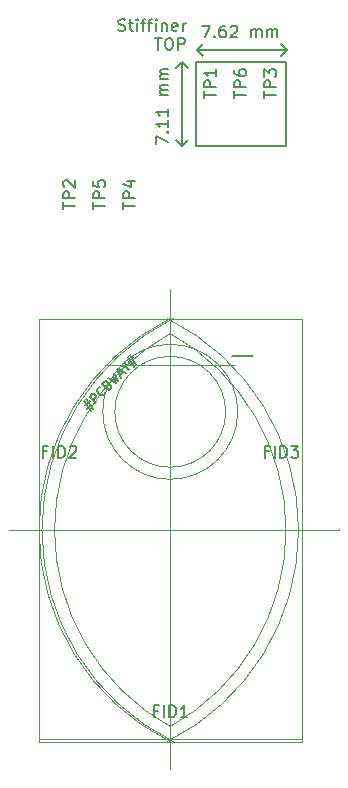
<source format=gbr>
G04 #@! TF.GenerationSoftware,KiCad,Pcbnew,(5.99.0-10027-g0561ce903e)*
G04 #@! TF.CreationDate,2021-11-08T22:58:05-08:00*
G04 #@! TF.ProjectId,scale_cca,7363616c-655f-4636-9361-2e6b69636164,v1r0*
G04 #@! TF.SameCoordinates,Original*
G04 #@! TF.FileFunction,OtherDrawing,Comment*
%FSLAX46Y46*%
G04 Gerber Fmt 4.6, Leading zero omitted, Abs format (unit mm)*
G04 Created by KiCad (PCBNEW (5.99.0-10027-g0561ce903e)) date 2021-11-08 22:58:05*
%MOMM*%
%LPD*%
G01*
G04 APERTURE LIST*
%ADD10C,0.120000*%
%ADD11C,0.200000*%
%ADD12C,0.150000*%
G04 APERTURE END LIST*
D10*
X36512498Y-59944001D02*
G75*
G02*
X36512500Y-26670000I9222041J16637000D01*
G01*
D11*
X37528500Y-3683000D02*
X38036500Y-4191000D01*
X46418500Y-2667000D02*
X45910500Y-3175000D01*
X46418500Y-2667000D02*
X45910500Y-2159000D01*
X46418500Y-2667000D02*
X38925500Y-2667000D01*
D10*
X50800000Y-43180000D02*
X50800000Y-43180000D01*
D11*
X38798500Y-2667000D02*
X39306500Y-3175000D01*
X41708500Y-28575000D02*
X43508500Y-28575000D01*
D10*
X36512500Y-59943998D02*
G75*
G03*
X36512500Y-26670000I-9222039J16636999D01*
G01*
X22860000Y-43307000D02*
X50800000Y-43307000D01*
D11*
X37528500Y-10795000D02*
X37528500Y-3683000D01*
D10*
X36512500Y-22860000D02*
X36512500Y-63500000D01*
X31012500Y-29337000D02*
X42012500Y-29337000D01*
D11*
X37528500Y-3683000D02*
X37020500Y-4191000D01*
X37528500Y-10795000D02*
X37020500Y-10287000D01*
D10*
X41207500Y-33300000D02*
G75*
G03*
X41207500Y-33300000I-4695000J0D01*
G01*
X42227500Y-33300010D02*
G75*
G03*
X42227500Y-33300010I-5715000J0D01*
G01*
X36512500Y-61214000D02*
G75*
G02*
X36512500Y-25400000I8869643J17907000D01*
G01*
X36262500Y-61214000D02*
G75*
G03*
X36262500Y-25400000I-8869643J17907000D01*
G01*
X25400000Y-60964000D02*
X47625000Y-60964000D01*
X36762500Y-61214000D02*
G75*
G02*
X36762500Y-25400000I8869643J17907000D01*
G01*
D11*
X38798500Y-2667000D02*
X39306500Y-2159000D01*
X37528500Y-10795000D02*
X38036500Y-10287000D01*
X38671500Y-3683000D02*
X46291500Y-3683000D01*
X46291500Y-3683000D02*
X46291500Y-10795000D01*
X46291500Y-10795000D02*
X38671500Y-10795000D01*
X38671500Y-10795000D02*
X38671500Y-3683000D01*
D10*
X25400000Y-25400000D02*
X47625000Y-25400000D01*
X47625000Y-25400000D02*
X47625000Y-61214000D01*
X47625000Y-61214000D02*
X25400000Y-61214000D01*
X25400000Y-61214000D02*
X25400000Y-25400000D01*
D12*
X35329880Y-10653547D02*
X35329880Y-9986880D01*
X36329880Y-10415452D01*
X36234642Y-9605928D02*
X36282261Y-9558309D01*
X36329880Y-9605928D01*
X36282261Y-9653547D01*
X36234642Y-9605928D01*
X36329880Y-9605928D01*
X36329880Y-8605928D02*
X36329880Y-9177357D01*
X36329880Y-8891642D02*
X35329880Y-8891642D01*
X35472738Y-8986880D01*
X35567976Y-9082119D01*
X35615595Y-9177357D01*
X36329880Y-7653547D02*
X36329880Y-8224976D01*
X36329880Y-7939261D02*
X35329880Y-7939261D01*
X35472738Y-8034500D01*
X35567976Y-8129738D01*
X35615595Y-8224976D01*
X36329880Y-6463071D02*
X35663214Y-6463071D01*
X35758452Y-6463071D02*
X35710833Y-6415452D01*
X35663214Y-6320214D01*
X35663214Y-6177357D01*
X35710833Y-6082119D01*
X35806071Y-6034500D01*
X36329880Y-6034500D01*
X35806071Y-6034500D02*
X35710833Y-5986880D01*
X35663214Y-5891642D01*
X35663214Y-5748785D01*
X35710833Y-5653547D01*
X35806071Y-5605928D01*
X36329880Y-5605928D01*
X36329880Y-5129738D02*
X35663214Y-5129738D01*
X35758452Y-5129738D02*
X35710833Y-5082119D01*
X35663214Y-4986880D01*
X35663214Y-4844023D01*
X35710833Y-4748785D01*
X35806071Y-4701166D01*
X36329880Y-4701166D01*
X35806071Y-4701166D02*
X35710833Y-4653547D01*
X35663214Y-4558309D01*
X35663214Y-4415452D01*
X35710833Y-4320214D01*
X35806071Y-4272595D01*
X36329880Y-4272595D01*
X39193952Y-595380D02*
X39860619Y-595380D01*
X39432047Y-1595380D01*
X40241571Y-1500142D02*
X40289190Y-1547761D01*
X40241571Y-1595380D01*
X40193952Y-1547761D01*
X40241571Y-1500142D01*
X40241571Y-1595380D01*
X41146333Y-595380D02*
X40955857Y-595380D01*
X40860619Y-643000D01*
X40813000Y-690619D01*
X40717761Y-833476D01*
X40670142Y-1023952D01*
X40670142Y-1404904D01*
X40717761Y-1500142D01*
X40765380Y-1547761D01*
X40860619Y-1595380D01*
X41051095Y-1595380D01*
X41146333Y-1547761D01*
X41193952Y-1500142D01*
X41241571Y-1404904D01*
X41241571Y-1166809D01*
X41193952Y-1071571D01*
X41146333Y-1023952D01*
X41051095Y-976333D01*
X40860619Y-976333D01*
X40765380Y-1023952D01*
X40717761Y-1071571D01*
X40670142Y-1166809D01*
X41622523Y-690619D02*
X41670142Y-643000D01*
X41765380Y-595380D01*
X42003476Y-595380D01*
X42098714Y-643000D01*
X42146333Y-690619D01*
X42193952Y-785857D01*
X42193952Y-881095D01*
X42146333Y-1023952D01*
X41574904Y-1595380D01*
X42193952Y-1595380D01*
X43384428Y-1595380D02*
X43384428Y-928714D01*
X43384428Y-1023952D02*
X43432047Y-976333D01*
X43527285Y-928714D01*
X43670142Y-928714D01*
X43765380Y-976333D01*
X43813000Y-1071571D01*
X43813000Y-1595380D01*
X43813000Y-1071571D02*
X43860619Y-976333D01*
X43955857Y-928714D01*
X44098714Y-928714D01*
X44193952Y-976333D01*
X44241571Y-1071571D01*
X44241571Y-1595380D01*
X44717761Y-1595380D02*
X44717761Y-928714D01*
X44717761Y-1023952D02*
X44765380Y-976333D01*
X44860619Y-928714D01*
X45003476Y-928714D01*
X45098714Y-976333D01*
X45146333Y-1071571D01*
X45146333Y-1595380D01*
X45146333Y-1071571D02*
X45193952Y-976333D01*
X45289190Y-928714D01*
X45432047Y-928714D01*
X45527285Y-976333D01*
X45574904Y-1071571D01*
X45574904Y-1595380D01*
X29302896Y-32759682D02*
X29687764Y-32374814D01*
X29225922Y-32374814D02*
X29764738Y-33221524D01*
X29867369Y-32657051D02*
X29482501Y-33041919D01*
X29944343Y-33041919D02*
X29405527Y-32195209D01*
X30226579Y-32554419D02*
X29687764Y-32015604D01*
X29893027Y-31810341D01*
X29970001Y-31784683D01*
X30021316Y-31784683D01*
X30098290Y-31810341D01*
X30175264Y-31887314D01*
X30200922Y-31964288D01*
X30200922Y-32015604D01*
X30175264Y-32092577D01*
X29970001Y-32297840D01*
X31021974Y-31656394D02*
X31021974Y-31707709D01*
X30970658Y-31810341D01*
X30919342Y-31861657D01*
X30816711Y-31912972D01*
X30714079Y-31912972D01*
X30637105Y-31887314D01*
X30508816Y-31810341D01*
X30431842Y-31733367D01*
X30354869Y-31605078D01*
X30329211Y-31528104D01*
X30329211Y-31425473D01*
X30380527Y-31322841D01*
X30431842Y-31271525D01*
X30534474Y-31220210D01*
X30585790Y-31220210D01*
X31201579Y-31014947D02*
X31304210Y-30963631D01*
X31355526Y-30963631D01*
X31432500Y-30989289D01*
X31509473Y-31066262D01*
X31535131Y-31143236D01*
X31535131Y-31194552D01*
X31509473Y-31271525D01*
X31304210Y-31476788D01*
X30765395Y-30937973D01*
X30945000Y-30758368D01*
X31021974Y-30732710D01*
X31073289Y-30732710D01*
X31150263Y-30758368D01*
X31201579Y-30809684D01*
X31227237Y-30886657D01*
X31227237Y-30937973D01*
X31201579Y-31014947D01*
X31021974Y-31194552D01*
X31252894Y-30450474D02*
X31919999Y-30861000D01*
X31637762Y-30373500D01*
X32125262Y-30655737D01*
X31714736Y-29988632D01*
X32279209Y-30193895D02*
X32535788Y-29937316D01*
X32381841Y-30399158D02*
X32022631Y-29680737D01*
X32741051Y-30039948D01*
X32766709Y-29501132D02*
X33023288Y-29757711D01*
X32304867Y-29398501D02*
X32766709Y-29501132D01*
X32664077Y-29039290D01*
X32997630Y-29064948D02*
X33382498Y-28680080D01*
X32920656Y-28680080D02*
X33459472Y-29526790D01*
X33562103Y-28962317D02*
X33177235Y-29347185D01*
X33639077Y-29347185D02*
X33100261Y-28500475D01*
X32129476Y-996761D02*
X32272333Y-1044380D01*
X32510428Y-1044380D01*
X32605666Y-996761D01*
X32653285Y-949142D01*
X32700904Y-853904D01*
X32700904Y-758666D01*
X32653285Y-663428D01*
X32605666Y-615809D01*
X32510428Y-568190D01*
X32319952Y-520571D01*
X32224714Y-472952D01*
X32177095Y-425333D01*
X32129476Y-330095D01*
X32129476Y-234857D01*
X32177095Y-139619D01*
X32224714Y-92000D01*
X32319952Y-44380D01*
X32558047Y-44380D01*
X32700904Y-92000D01*
X32986619Y-377714D02*
X33367571Y-377714D01*
X33129476Y-44380D02*
X33129476Y-901523D01*
X33177095Y-996761D01*
X33272333Y-1044380D01*
X33367571Y-1044380D01*
X33700904Y-1044380D02*
X33700904Y-377714D01*
X33700904Y-44380D02*
X33653285Y-92000D01*
X33700904Y-139619D01*
X33748523Y-92000D01*
X33700904Y-44380D01*
X33700904Y-139619D01*
X34034238Y-377714D02*
X34415190Y-377714D01*
X34177095Y-1044380D02*
X34177095Y-187238D01*
X34224714Y-92000D01*
X34319952Y-44380D01*
X34415190Y-44380D01*
X34605666Y-377714D02*
X34986619Y-377714D01*
X34748523Y-1044380D02*
X34748523Y-187238D01*
X34796142Y-92000D01*
X34891380Y-44380D01*
X34986619Y-44380D01*
X35319952Y-1044380D02*
X35319952Y-377714D01*
X35319952Y-44380D02*
X35272333Y-92000D01*
X35319952Y-139619D01*
X35367571Y-92000D01*
X35319952Y-44380D01*
X35319952Y-139619D01*
X35796142Y-377714D02*
X35796142Y-1044380D01*
X35796142Y-472952D02*
X35843761Y-425333D01*
X35939000Y-377714D01*
X36081857Y-377714D01*
X36177095Y-425333D01*
X36224714Y-520571D01*
X36224714Y-1044380D01*
X37081857Y-996761D02*
X36986619Y-1044380D01*
X36796142Y-1044380D01*
X36700904Y-996761D01*
X36653285Y-901523D01*
X36653285Y-520571D01*
X36700904Y-425333D01*
X36796142Y-377714D01*
X36986619Y-377714D01*
X37081857Y-425333D01*
X37129476Y-520571D01*
X37129476Y-615809D01*
X36653285Y-711047D01*
X37558047Y-1044380D02*
X37558047Y-377714D01*
X37558047Y-568190D02*
X37605666Y-472952D01*
X37653285Y-425333D01*
X37748523Y-377714D01*
X37843761Y-377714D01*
X35224714Y-1654380D02*
X35796142Y-1654380D01*
X35510428Y-2654380D02*
X35510428Y-1654380D01*
X36319952Y-1654380D02*
X36510428Y-1654380D01*
X36605666Y-1702000D01*
X36700904Y-1797238D01*
X36748523Y-1987714D01*
X36748523Y-2321047D01*
X36700904Y-2511523D01*
X36605666Y-2606761D01*
X36510428Y-2654380D01*
X36319952Y-2654380D01*
X36224714Y-2606761D01*
X36129476Y-2511523D01*
X36081857Y-2321047D01*
X36081857Y-1987714D01*
X36129476Y-1797238D01*
X36224714Y-1702000D01*
X36319952Y-1654380D01*
X37177095Y-2654380D02*
X37177095Y-1654380D01*
X37558047Y-1654380D01*
X37653285Y-1702000D01*
X37700904Y-1749619D01*
X37748523Y-1844857D01*
X37748523Y-1987714D01*
X37700904Y-2082952D01*
X37653285Y-2130571D01*
X37558047Y-2178190D01*
X37177095Y-2178190D01*
X32535880Y-16120904D02*
X32535880Y-15549476D01*
X33535880Y-15835190D02*
X32535880Y-15835190D01*
X33535880Y-15216142D02*
X32535880Y-15216142D01*
X32535880Y-14835190D01*
X32583500Y-14739952D01*
X32631119Y-14692333D01*
X32726357Y-14644714D01*
X32869214Y-14644714D01*
X32964452Y-14692333D01*
X33012071Y-14739952D01*
X33059690Y-14835190D01*
X33059690Y-15216142D01*
X32869214Y-13787571D02*
X33535880Y-13787571D01*
X32488261Y-14025666D02*
X33202547Y-14263761D01*
X33202547Y-13644714D01*
X26043071Y-36655571D02*
X25709738Y-36655571D01*
X25709738Y-37179380D02*
X25709738Y-36179380D01*
X26185928Y-36179380D01*
X26566880Y-37179380D02*
X26566880Y-36179380D01*
X27043071Y-37179380D02*
X27043071Y-36179380D01*
X27281166Y-36179380D01*
X27424023Y-36227000D01*
X27519261Y-36322238D01*
X27566880Y-36417476D01*
X27614500Y-36607952D01*
X27614500Y-36750809D01*
X27566880Y-36941285D01*
X27519261Y-37036523D01*
X27424023Y-37131761D01*
X27281166Y-37179380D01*
X27043071Y-37179380D01*
X27995452Y-36274619D02*
X28043071Y-36227000D01*
X28138309Y-36179380D01*
X28376404Y-36179380D01*
X28471642Y-36227000D01*
X28519261Y-36274619D01*
X28566880Y-36369857D01*
X28566880Y-36465095D01*
X28519261Y-36607952D01*
X27947833Y-37179380D01*
X28566880Y-37179380D01*
X29995880Y-16120904D02*
X29995880Y-15549476D01*
X30995880Y-15835190D02*
X29995880Y-15835190D01*
X30995880Y-15216142D02*
X29995880Y-15216142D01*
X29995880Y-14835190D01*
X30043500Y-14739952D01*
X30091119Y-14692333D01*
X30186357Y-14644714D01*
X30329214Y-14644714D01*
X30424452Y-14692333D01*
X30472071Y-14739952D01*
X30519690Y-14835190D01*
X30519690Y-15216142D01*
X29995880Y-13739952D02*
X29995880Y-14216142D01*
X30472071Y-14263761D01*
X30424452Y-14216142D01*
X30376833Y-14120904D01*
X30376833Y-13882809D01*
X30424452Y-13787571D01*
X30472071Y-13739952D01*
X30567309Y-13692333D01*
X30805404Y-13692333D01*
X30900642Y-13739952D01*
X30948261Y-13787571D01*
X30995880Y-13882809D01*
X30995880Y-14120904D01*
X30948261Y-14216142D01*
X30900642Y-14263761D01*
X35441071Y-58626571D02*
X35107738Y-58626571D01*
X35107738Y-59150380D02*
X35107738Y-58150380D01*
X35583928Y-58150380D01*
X35964880Y-59150380D02*
X35964880Y-58150380D01*
X36441071Y-59150380D02*
X36441071Y-58150380D01*
X36679166Y-58150380D01*
X36822023Y-58198000D01*
X36917261Y-58293238D01*
X36964880Y-58388476D01*
X37012500Y-58578952D01*
X37012500Y-58721809D01*
X36964880Y-58912285D01*
X36917261Y-59007523D01*
X36822023Y-59102761D01*
X36679166Y-59150380D01*
X36441071Y-59150380D01*
X37964880Y-59150380D02*
X37393452Y-59150380D01*
X37679166Y-59150380D02*
X37679166Y-58150380D01*
X37583928Y-58293238D01*
X37488690Y-58388476D01*
X37393452Y-58436095D01*
X44839071Y-36655571D02*
X44505738Y-36655571D01*
X44505738Y-37179380D02*
X44505738Y-36179380D01*
X44981928Y-36179380D01*
X45362880Y-37179380D02*
X45362880Y-36179380D01*
X45839071Y-37179380D02*
X45839071Y-36179380D01*
X46077166Y-36179380D01*
X46220023Y-36227000D01*
X46315261Y-36322238D01*
X46362880Y-36417476D01*
X46410500Y-36607952D01*
X46410500Y-36750809D01*
X46362880Y-36941285D01*
X46315261Y-37036523D01*
X46220023Y-37131761D01*
X46077166Y-37179380D01*
X45839071Y-37179380D01*
X46743833Y-36179380D02*
X47362880Y-36179380D01*
X47029547Y-36560333D01*
X47172404Y-36560333D01*
X47267642Y-36607952D01*
X47315261Y-36655571D01*
X47362880Y-36750809D01*
X47362880Y-36988904D01*
X47315261Y-37084142D01*
X47267642Y-37131761D01*
X47172404Y-37179380D01*
X46886690Y-37179380D01*
X46791452Y-37131761D01*
X46743833Y-37084142D01*
X27455880Y-16120904D02*
X27455880Y-15549476D01*
X28455880Y-15835190D02*
X27455880Y-15835190D01*
X28455880Y-15216142D02*
X27455880Y-15216142D01*
X27455880Y-14835190D01*
X27503500Y-14739952D01*
X27551119Y-14692333D01*
X27646357Y-14644714D01*
X27789214Y-14644714D01*
X27884452Y-14692333D01*
X27932071Y-14739952D01*
X27979690Y-14835190D01*
X27979690Y-15216142D01*
X27551119Y-14263761D02*
X27503500Y-14216142D01*
X27455880Y-14120904D01*
X27455880Y-13882809D01*
X27503500Y-13787571D01*
X27551119Y-13739952D01*
X27646357Y-13692333D01*
X27741595Y-13692333D01*
X27884452Y-13739952D01*
X28455880Y-14311380D01*
X28455880Y-13692333D01*
X39393880Y-6722904D02*
X39393880Y-6151476D01*
X40393880Y-6437190D02*
X39393880Y-6437190D01*
X40393880Y-5818142D02*
X39393880Y-5818142D01*
X39393880Y-5437190D01*
X39441500Y-5341952D01*
X39489119Y-5294333D01*
X39584357Y-5246714D01*
X39727214Y-5246714D01*
X39822452Y-5294333D01*
X39870071Y-5341952D01*
X39917690Y-5437190D01*
X39917690Y-5818142D01*
X40393880Y-4294333D02*
X40393880Y-4865761D01*
X40393880Y-4580047D02*
X39393880Y-4580047D01*
X39536738Y-4675285D01*
X39631976Y-4770523D01*
X39679595Y-4865761D01*
X41933880Y-6722904D02*
X41933880Y-6151476D01*
X42933880Y-6437190D02*
X41933880Y-6437190D01*
X42933880Y-5818142D02*
X41933880Y-5818142D01*
X41933880Y-5437190D01*
X41981500Y-5341952D01*
X42029119Y-5294333D01*
X42124357Y-5246714D01*
X42267214Y-5246714D01*
X42362452Y-5294333D01*
X42410071Y-5341952D01*
X42457690Y-5437190D01*
X42457690Y-5818142D01*
X41933880Y-4389571D02*
X41933880Y-4580047D01*
X41981500Y-4675285D01*
X42029119Y-4722904D01*
X42171976Y-4818142D01*
X42362452Y-4865761D01*
X42743404Y-4865761D01*
X42838642Y-4818142D01*
X42886261Y-4770523D01*
X42933880Y-4675285D01*
X42933880Y-4484809D01*
X42886261Y-4389571D01*
X42838642Y-4341952D01*
X42743404Y-4294333D01*
X42505309Y-4294333D01*
X42410071Y-4341952D01*
X42362452Y-4389571D01*
X42314833Y-4484809D01*
X42314833Y-4675285D01*
X42362452Y-4770523D01*
X42410071Y-4818142D01*
X42505309Y-4865761D01*
X44473880Y-6722904D02*
X44473880Y-6151476D01*
X45473880Y-6437190D02*
X44473880Y-6437190D01*
X45473880Y-5818142D02*
X44473880Y-5818142D01*
X44473880Y-5437190D01*
X44521500Y-5341952D01*
X44569119Y-5294333D01*
X44664357Y-5246714D01*
X44807214Y-5246714D01*
X44902452Y-5294333D01*
X44950071Y-5341952D01*
X44997690Y-5437190D01*
X44997690Y-5818142D01*
X44473880Y-4913380D02*
X44473880Y-4294333D01*
X44854833Y-4627666D01*
X44854833Y-4484809D01*
X44902452Y-4389571D01*
X44950071Y-4341952D01*
X45045309Y-4294333D01*
X45283404Y-4294333D01*
X45378642Y-4341952D01*
X45426261Y-4389571D01*
X45473880Y-4484809D01*
X45473880Y-4770523D01*
X45426261Y-4865761D01*
X45378642Y-4913380D01*
M02*

</source>
